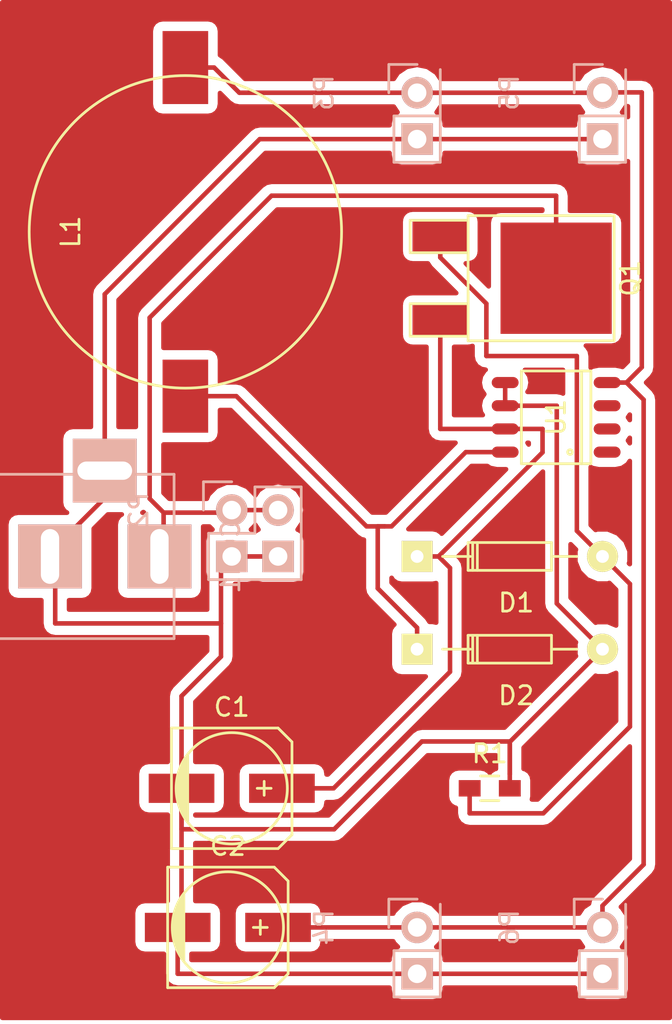
<source format=kicad_pcb>
(kicad_pcb (version 4) (host pcbnew 4.0.2+dfsg1-stable)

  (general
    (links 27)
    (no_connects 0)
    (area 81.124379 58.391666 121.961002 114.64)
    (thickness 1.6)
    (drawings 0)
    (tracks 108)
    (zones 0)
    (modules 14)
    (nets 10)
  )

  (page A4)
  (layers
    (0 F.Cu signal)
    (31 B.Cu signal hide)
    (32 B.Adhes user)
    (33 F.Adhes user)
    (34 B.Paste user)
    (35 F.Paste user)
    (36 B.SilkS user)
    (37 F.SilkS user)
    (38 B.Mask user)
    (39 F.Mask user)
    (40 Dwgs.User user)
    (41 Cmts.User user)
    (42 Eco1.User user)
    (43 Eco2.User user)
    (44 Edge.Cuts user)
    (45 Margin user)
    (46 B.CrtYd user)
    (47 F.CrtYd user)
    (48 B.Fab user)
    (49 F.Fab user)
  )

  (setup
    (last_trace_width 0.25)
    (trace_clearance 0.2)
    (zone_clearance 0.508)
    (zone_45_only no)
    (trace_min 0.2)
    (segment_width 0.2)
    (edge_width 0.15)
    (via_size 0.6)
    (via_drill 0.4)
    (via_min_size 0.4)
    (via_min_drill 0.3)
    (uvia_size 0.3)
    (uvia_drill 0.1)
    (uvias_allowed no)
    (uvia_min_size 0.2)
    (uvia_min_drill 0.1)
    (pcb_text_width 0.3)
    (pcb_text_size 1.5 1.5)
    (mod_edge_width 0.15)
    (mod_text_size 1 1)
    (mod_text_width 0.15)
    (pad_size 6.096 6.096)
    (pad_drill 0)
    (pad_to_mask_clearance 0.2)
    (aux_axis_origin 0 0)
    (visible_elements FFFFFF7F)
    (pcbplotparams
      (layerselection 0x00000_00000001)
      (usegerberextensions false)
      (excludeedgelayer true)
      (linewidth 0.100000)
      (plotframeref false)
      (viasonmask false)
      (mode 1)
      (useauxorigin false)
      (hpglpennumber 1)
      (hpglpenspeed 20)
      (hpglpendiameter 15)
      (hpglpenoverlay 2)
      (psnegative false)
      (psa4output false)
      (plotreference true)
      (plotvalue true)
      (plotinvisibletext false)
      (padsonsilk false)
      (subtractmaskfromsilk false)
      (outputformat 4)
      (mirror true)
      (drillshape 1)
      (scaleselection 1)
      (outputdirectory ""))
  )

  (net 0 "")
  (net 1 "Net-(C1-Pad1)")
  (net 2 GND)
  (net 3 "Net-(C2-Pad1)")
  (net 4 "Net-(D1-Pad2)")
  (net 5 "Net-(D2-Pad1)")
  (net 6 VCC)
  (net 7 "Net-(U1-Pad1)")
  (net 8 "Net-(U1-Pad2)")
  (net 9 "Net-(U1-Pad3)")

  (net_class Default "This is the default net class."
    (clearance 0.2)
    (trace_width 0.25)
    (via_dia 0.6)
    (via_drill 0.4)
    (uvia_dia 0.3)
    (uvia_drill 0.1)
    (add_net GND)
    (add_net "Net-(C1-Pad1)")
    (add_net "Net-(C2-Pad1)")
    (add_net "Net-(D1-Pad2)")
    (add_net "Net-(D2-Pad1)")
    (add_net "Net-(U1-Pad1)")
    (add_net "Net-(U1-Pad2)")
    (add_net "Net-(U1-Pad3)")
    (add_net VCC)
  )

  (module Capacitors_SMD:c_elec_6.3x5.3 (layer F.Cu) (tedit 55725E31) (tstamp 5AA1E130)
    (at 99.06 101.6)
    (descr "SMT capacitor, aluminium electrolytic, 6.3x5.3")
    (path /5AA2005A)
    (attr smd)
    (fp_text reference C1 (at 0 -4.445) (layer F.SilkS)
      (effects (font (size 1 1) (thickness 0.15)))
    )
    (fp_text value "100 µF" (at 0 4.445) (layer F.Fab)
      (effects (font (size 1 1) (thickness 0.15)))
    )
    (fp_line (start -4.85 -3.65) (end 4.85 -3.65) (layer F.CrtYd) (width 0.05))
    (fp_line (start 4.85 -3.65) (end 4.85 3.65) (layer F.CrtYd) (width 0.05))
    (fp_line (start 4.85 3.65) (end -4.85 3.65) (layer F.CrtYd) (width 0.05))
    (fp_line (start -4.85 3.65) (end -4.85 -3.65) (layer F.CrtYd) (width 0.05))
    (fp_line (start -2.921 -0.762) (end -2.921 0.762) (layer F.SilkS) (width 0.15))
    (fp_line (start -2.794 1.143) (end -2.794 -1.143) (layer F.SilkS) (width 0.15))
    (fp_line (start -2.667 -1.397) (end -2.667 1.397) (layer F.SilkS) (width 0.15))
    (fp_line (start -2.54 1.651) (end -2.54 -1.651) (layer F.SilkS) (width 0.15))
    (fp_line (start -2.413 -1.778) (end -2.413 1.778) (layer F.SilkS) (width 0.15))
    (fp_line (start -3.302 -3.302) (end -3.302 3.302) (layer F.SilkS) (width 0.15))
    (fp_line (start -3.302 3.302) (end 2.54 3.302) (layer F.SilkS) (width 0.15))
    (fp_line (start 2.54 3.302) (end 3.302 2.54) (layer F.SilkS) (width 0.15))
    (fp_line (start 3.302 2.54) (end 3.302 -2.54) (layer F.SilkS) (width 0.15))
    (fp_line (start 3.302 -2.54) (end 2.54 -3.302) (layer F.SilkS) (width 0.15))
    (fp_line (start 2.54 -3.302) (end -3.302 -3.302) (layer F.SilkS) (width 0.15))
    (fp_line (start 2.159 0) (end 1.397 0) (layer F.SilkS) (width 0.15))
    (fp_line (start 1.778 -0.381) (end 1.778 0.381) (layer F.SilkS) (width 0.15))
    (fp_circle (center 0 0) (end -3.048 0) (layer F.SilkS) (width 0.15))
    (pad 1 smd rect (at 2.75082 0) (size 3.59918 1.6002) (layers F.Cu F.Paste F.Mask)
      (net 1 "Net-(C1-Pad1)"))
    (pad 2 smd rect (at -2.75082 0) (size 3.59918 1.6002) (layers F.Cu F.Paste F.Mask)
      (net 2 GND))
    (model Capacitors_SMD.3dshapes/c_elec_6.3x5.3.wrl
      (at (xyz 0 0 0))
      (scale (xyz 1 1 1))
      (rotate (xyz 0 0 0))
    )
  )

  (module Capacitors_SMD:c_elec_6.3x5.3 (layer F.Cu) (tedit 55725E31) (tstamp 5AA1E148)
    (at 98.8492 109.22)
    (descr "SMT capacitor, aluminium electrolytic, 6.3x5.3")
    (path /5AA200EB)
    (attr smd)
    (fp_text reference C2 (at 0 -4.445) (layer F.SilkS)
      (effects (font (size 1 1) (thickness 0.15)))
    )
    (fp_text value "100 µF" (at 0 4.445) (layer F.Fab)
      (effects (font (size 1 1) (thickness 0.15)))
    )
    (fp_line (start -4.85 -3.65) (end 4.85 -3.65) (layer F.CrtYd) (width 0.05))
    (fp_line (start 4.85 -3.65) (end 4.85 3.65) (layer F.CrtYd) (width 0.05))
    (fp_line (start 4.85 3.65) (end -4.85 3.65) (layer F.CrtYd) (width 0.05))
    (fp_line (start -4.85 3.65) (end -4.85 -3.65) (layer F.CrtYd) (width 0.05))
    (fp_line (start -2.921 -0.762) (end -2.921 0.762) (layer F.SilkS) (width 0.15))
    (fp_line (start -2.794 1.143) (end -2.794 -1.143) (layer F.SilkS) (width 0.15))
    (fp_line (start -2.667 -1.397) (end -2.667 1.397) (layer F.SilkS) (width 0.15))
    (fp_line (start -2.54 1.651) (end -2.54 -1.651) (layer F.SilkS) (width 0.15))
    (fp_line (start -2.413 -1.778) (end -2.413 1.778) (layer F.SilkS) (width 0.15))
    (fp_line (start -3.302 -3.302) (end -3.302 3.302) (layer F.SilkS) (width 0.15))
    (fp_line (start -3.302 3.302) (end 2.54 3.302) (layer F.SilkS) (width 0.15))
    (fp_line (start 2.54 3.302) (end 3.302 2.54) (layer F.SilkS) (width 0.15))
    (fp_line (start 3.302 2.54) (end 3.302 -2.54) (layer F.SilkS) (width 0.15))
    (fp_line (start 3.302 -2.54) (end 2.54 -3.302) (layer F.SilkS) (width 0.15))
    (fp_line (start 2.54 -3.302) (end -3.302 -3.302) (layer F.SilkS) (width 0.15))
    (fp_line (start 2.159 0) (end 1.397 0) (layer F.SilkS) (width 0.15))
    (fp_line (start 1.778 -0.381) (end 1.778 0.381) (layer F.SilkS) (width 0.15))
    (fp_circle (center 0 0) (end -3.048 0) (layer F.SilkS) (width 0.15))
    (pad 1 smd rect (at 2.75082 0) (size 3.59918 1.6002) (layers F.Cu F.Paste F.Mask)
      (net 3 "Net-(C2-Pad1)"))
    (pad 2 smd rect (at -2.75082 0) (size 3.59918 1.6002) (layers F.Cu F.Paste F.Mask)
      (net 2 GND))
    (model Capacitors_SMD.3dshapes/c_elec_6.3x5.3.wrl
      (at (xyz 0 0 0))
      (scale (xyz 1 1 1))
      (rotate (xyz 0 0 0))
    )
  )

  (module Diodes_ThroughHole:Diode_DO-35_SOD27_Horizontal_RM10 (layer F.Cu) (tedit 552FFC30) (tstamp 5AA1E157)
    (at 109.219 88.9025)
    (descr "Diode, DO-35,  SOD27, Horizontal, RM 10mm")
    (tags "Diode, DO-35, SOD27, Horizontal, RM 10mm, 1N4148,")
    (path /5AA1A9A1)
    (fp_text reference D1 (at 5.43052 2.53746) (layer F.SilkS)
      (effects (font (size 1 1) (thickness 0.15)))
    )
    (fp_text value ZPD5.1 (at 4.41452 -3.55854) (layer F.Fab)
      (effects (font (size 1 1) (thickness 0.15)))
    )
    (fp_line (start 7.36652 -0.00254) (end 8.76352 -0.00254) (layer F.SilkS) (width 0.15))
    (fp_line (start 2.92152 -0.00254) (end 1.39752 -0.00254) (layer F.SilkS) (width 0.15))
    (fp_line (start 3.30252 -0.76454) (end 3.30252 0.75946) (layer F.SilkS) (width 0.15))
    (fp_line (start 3.04852 -0.76454) (end 3.04852 0.75946) (layer F.SilkS) (width 0.15))
    (fp_line (start 2.79452 -0.00254) (end 2.79452 0.75946) (layer F.SilkS) (width 0.15))
    (fp_line (start 2.79452 0.75946) (end 7.36652 0.75946) (layer F.SilkS) (width 0.15))
    (fp_line (start 7.36652 0.75946) (end 7.36652 -0.76454) (layer F.SilkS) (width 0.15))
    (fp_line (start 7.36652 -0.76454) (end 2.79452 -0.76454) (layer F.SilkS) (width 0.15))
    (fp_line (start 2.79452 -0.76454) (end 2.79452 -0.00254) (layer F.SilkS) (width 0.15))
    (pad 2 thru_hole circle (at 10.16052 -0.00254 180) (size 1.69926 1.69926) (drill 0.70104) (layers *.Cu *.Mask F.SilkS)
      (net 4 "Net-(D1-Pad2)"))
    (pad 1 thru_hole rect (at 0.00052 -0.00254 180) (size 1.69926 1.69926) (drill 0.70104) (layers *.Cu *.Mask F.SilkS)
      (net 1 "Net-(C1-Pad1)"))
    (model Diodes_ThroughHole.3dshapes/Diode_DO-35_SOD27_Horizontal_RM10.wrl
      (at (xyz 0.2 0 0))
      (scale (xyz 0.4 0.4 0.4))
      (rotate (xyz 0 0 180))
    )
  )

  (module Diodes_ThroughHole:Diode_DO-35_SOD27_Horizontal_RM10 (layer F.Cu) (tedit 552FFC30) (tstamp 5AA1E166)
    (at 109.219 93.9825)
    (descr "Diode, DO-35,  SOD27, Horizontal, RM 10mm")
    (tags "Diode, DO-35, SOD27, Horizontal, RM 10mm, 1N4148,")
    (path /5AA1A9EA)
    (fp_text reference D2 (at 5.43052 2.53746) (layer F.SilkS)
      (effects (font (size 1 1) (thickness 0.15)))
    )
    (fp_text value ZDP5.1 (at 4.41452 -3.55854) (layer F.Fab)
      (effects (font (size 1 1) (thickness 0.15)))
    )
    (fp_line (start 7.36652 -0.00254) (end 8.76352 -0.00254) (layer F.SilkS) (width 0.15))
    (fp_line (start 2.92152 -0.00254) (end 1.39752 -0.00254) (layer F.SilkS) (width 0.15))
    (fp_line (start 3.30252 -0.76454) (end 3.30252 0.75946) (layer F.SilkS) (width 0.15))
    (fp_line (start 3.04852 -0.76454) (end 3.04852 0.75946) (layer F.SilkS) (width 0.15))
    (fp_line (start 2.79452 -0.00254) (end 2.79452 0.75946) (layer F.SilkS) (width 0.15))
    (fp_line (start 2.79452 0.75946) (end 7.36652 0.75946) (layer F.SilkS) (width 0.15))
    (fp_line (start 7.36652 0.75946) (end 7.36652 -0.76454) (layer F.SilkS) (width 0.15))
    (fp_line (start 7.36652 -0.76454) (end 2.79452 -0.76454) (layer F.SilkS) (width 0.15))
    (fp_line (start 2.79452 -0.76454) (end 2.79452 -0.00254) (layer F.SilkS) (width 0.15))
    (pad 2 thru_hole circle (at 10.16052 -0.00254 180) (size 1.69926 1.69926) (drill 0.70104) (layers *.Cu *.Mask F.SilkS)
      (net 2 GND))
    (pad 1 thru_hole rect (at 0.00052 -0.00254 180) (size 1.69926 1.69926) (drill 0.70104) (layers *.Cu *.Mask F.SilkS)
      (net 5 "Net-(D2-Pad1)"))
    (model Diodes_ThroughHole.3dshapes/Diode_DO-35_SOD27_Horizontal_RM10.wrl
      (at (xyz 0.2 0 0))
      (scale (xyz 0.4 0.4 0.4))
      (rotate (xyz 0 0 180))
    )
  )

  (module footprints:Inductor18.4x15 (layer F.Cu) (tedit 5AA1CF0D) (tstamp 5AA1E16D)
    (at 96.52 71.12 270)
    (path /5AA1E400)
    (fp_text reference L1 (at 0 6.2865 270) (layer F.SilkS)
      (effects (font (size 1 1) (thickness 0.15)))
    )
    (fp_text value "110 µH" (at 0 -3.2385 270) (layer F.Fab)
      (effects (font (size 1 1) (thickness 0.15)))
    )
    (fp_circle (center 0 0) (end 1.397 -8.4455) (layer F.SilkS) (width 0.15))
    (pad 1 smd rect (at -9 0 270) (size 4 2.5) (layers F.Cu F.Paste F.Mask)
      (net 3 "Net-(C2-Pad1)"))
    (pad 2 smd rect (at 9 0 270) (size 4 2.5) (layers F.Cu F.Paste F.Mask)
      (net 5 "Net-(D2-Pad1)"))
  )

  (module Pin_Headers:Pin_Header_Straight_2x02 (layer B.Cu) (tedit 5AA1E337) (tstamp 5AA1E18F)
    (at 99.06 86.36 270)
    (descr "Through hole pin header")
    (tags "pin header")
    (path /5AA1AE06)
    (fp_text reference P2 (at 0 5.1 270) (layer B.SilkS)
      (effects (font (size 1 1) (thickness 0.15)) (justify mirror))
    )
    (fp_text value CONN_02X02 (at 0 3.1 270) (layer B.Fab)
      (effects (font (size 1 1) (thickness 0.15)) (justify mirror))
    )
    (fp_line (start -1.75 1.75) (end -1.75 -4.3) (layer B.CrtYd) (width 0.05))
    (fp_line (start 4.3 1.75) (end 4.3 -4.3) (layer B.CrtYd) (width 0.05))
    (fp_line (start -1.75 1.75) (end 4.3 1.75) (layer B.CrtYd) (width 0.05))
    (fp_line (start -1.75 -4.3) (end 4.3 -4.3) (layer B.CrtYd) (width 0.05))
    (fp_line (start -1.55 0) (end -1.55 1.55) (layer B.SilkS) (width 0.15))
    (fp_line (start 0 1.55) (end -1.55 1.55) (layer B.SilkS) (width 0.15))
    (fp_line (start -1.27 -1.27) (end 1.27 -1.27) (layer B.SilkS) (width 0.15))
    (fp_line (start 1.27 -1.27) (end 1.27 1.27) (layer B.SilkS) (width 0.15))
    (fp_line (start 1.27 1.27) (end 3.81 1.27) (layer B.SilkS) (width 0.15))
    (fp_line (start 3.81 1.27) (end 3.81 -3.81) (layer B.SilkS) (width 0.15))
    (fp_line (start 3.81 -3.81) (end -1.27 -3.81) (layer B.SilkS) (width 0.15))
    (fp_line (start -1.27 -3.81) (end -1.27 -1.27) (layer B.SilkS) (width 0.15))
    (pad 1 thru_hole circle (at 0 0 270) (size 1.7272 1.7272) (drill 1.016) (layers *.Cu *.Mask B.SilkS)
      (net 6 VCC))
    (pad 2 thru_hole rect (at 2.54 0 270) (size 1.7272 1.7272) (drill 1.016) (layers *.Cu *.Mask B.SilkS)
      (net 2 GND))
    (pad 3 thru_hole oval (at 0 -2.54 270) (size 1.7272 1.7272) (drill 1.016) (layers *.Cu *.Mask B.SilkS)
      (net 6 VCC))
    (pad 4 thru_hole rect (at 2.54 -2.54 270) (size 1.7272 1.7272) (drill 1.016) (layers *.Cu *.Mask B.SilkS)
      (net 2 GND))
    (model Pin_Headers.3dshapes/Pin_Header_Straight_2x02.wrl
      (at (xyz 0.05 -0.05 0))
      (scale (xyz 1 1 1))
      (rotate (xyz 0 0 90))
    )
  )

  (module Pin_Headers:Pin_Header_Straight_2x01 (layer B.Cu) (tedit 5AA1EB60) (tstamp 5AA1E1A0)
    (at 109.22 63.5 270)
    (descr "Through hole pin header")
    (tags "pin header")
    (path /5AA1AFB2)
    (fp_text reference P3 (at 0 5.1 270) (layer B.SilkS)
      (effects (font (size 1 1) (thickness 0.15)) (justify mirror))
    )
    (fp_text value CONN_02X01 (at 0 3.1 270) (layer B.Fab)
      (effects (font (size 1 1) (thickness 0.15)) (justify mirror))
    )
    (fp_line (start -1.75 1.75) (end -1.75 -1.75) (layer B.CrtYd) (width 0.05))
    (fp_line (start 4.3 1.75) (end 4.3 -1.75) (layer B.CrtYd) (width 0.05))
    (fp_line (start -1.75 1.75) (end 4.3 1.75) (layer B.CrtYd) (width 0.05))
    (fp_line (start -1.75 -1.75) (end 4.3 -1.75) (layer B.CrtYd) (width 0.05))
    (fp_line (start -1.55 0) (end -1.55 1.55) (layer B.SilkS) (width 0.15))
    (fp_line (start 0 1.55) (end -1.55 1.55) (layer B.SilkS) (width 0.15))
    (fp_line (start -1.27 -1.27) (end 1.27 -1.27) (layer B.SilkS) (width 0.15))
    (fp_line (start 3.81 1.27) (end 1.27 1.27) (layer B.SilkS) (width 0.15))
    (fp_line (start 1.27 1.27) (end 1.27 -1.27) (layer B.SilkS) (width 0.15))
    (fp_line (start 1.27 -1.27) (end 3.81 -1.27) (layer B.SilkS) (width 0.15))
    (fp_line (start 3.81 -1.27) (end 3.81 1.27) (layer B.SilkS) (width 0.15))
    (pad 1 thru_hole oval (at 0 0 270) (size 1.7272 1.7272) (drill 1.016) (layers *.Cu *.Mask B.SilkS)
      (net 3 "Net-(C2-Pad1)"))
    (pad 2 thru_hole rect (at 2.54 0 270) (size 1.7272 1.7272) (drill 1.016) (layers *.Cu *.Mask B.SilkS)
      (net 2 GND))
    (model Pin_Headers.3dshapes/Pin_Header_Straight_2x01.wrl
      (at (xyz 0.05 0 0))
      (scale (xyz 1 1 1))
      (rotate (xyz 0 0 90))
    )
  )

  (module Pin_Headers:Pin_Header_Straight_2x01 (layer B.Cu) (tedit 5AA1EB24) (tstamp 5AA1E1B1)
    (at 109.22 109.22 270)
    (descr "Through hole pin header")
    (tags "pin header")
    (path /5AA1AF73)
    (fp_text reference P4 (at 0 5.1 270) (layer B.SilkS)
      (effects (font (size 1 1) (thickness 0.15)) (justify mirror))
    )
    (fp_text value CONN_02X01 (at 0 3.1 270) (layer B.Fab)
      (effects (font (size 1 1) (thickness 0.15)) (justify mirror))
    )
    (fp_line (start -1.75 1.75) (end -1.75 -1.75) (layer B.CrtYd) (width 0.05))
    (fp_line (start 4.3 1.75) (end 4.3 -1.75) (layer B.CrtYd) (width 0.05))
    (fp_line (start -1.75 1.75) (end 4.3 1.75) (layer B.CrtYd) (width 0.05))
    (fp_line (start -1.75 -1.75) (end 4.3 -1.75) (layer B.CrtYd) (width 0.05))
    (fp_line (start -1.55 0) (end -1.55 1.55) (layer B.SilkS) (width 0.15))
    (fp_line (start 0 1.55) (end -1.55 1.55) (layer B.SilkS) (width 0.15))
    (fp_line (start -1.27 -1.27) (end 1.27 -1.27) (layer B.SilkS) (width 0.15))
    (fp_line (start 3.81 1.27) (end 1.27 1.27) (layer B.SilkS) (width 0.15))
    (fp_line (start 1.27 1.27) (end 1.27 -1.27) (layer B.SilkS) (width 0.15))
    (fp_line (start 1.27 -1.27) (end 3.81 -1.27) (layer B.SilkS) (width 0.15))
    (fp_line (start 3.81 -1.27) (end 3.81 1.27) (layer B.SilkS) (width 0.15))
    (pad 1 thru_hole circle (at 0 0 270) (size 1.7272 1.7272) (drill 1.016) (layers *.Cu *.Mask B.SilkS)
      (net 3 "Net-(C2-Pad1)"))
    (pad 2 thru_hole rect (at 2.54 0 270) (size 1.7272 1.7272) (drill 1.016) (layers *.Cu *.Mask B.SilkS)
      (net 2 GND))
    (model Pin_Headers.3dshapes/Pin_Header_Straight_2x01.wrl
      (at (xyz 0.05 0 0))
      (scale (xyz 1 1 1))
      (rotate (xyz 0 0 90))
    )
  )

  (module Pin_Headers:Pin_Header_Straight_2x01 (layer B.Cu) (tedit 5AA1EB64) (tstamp 5AA1E1C2)
    (at 119.38 63.5 270)
    (descr "Through hole pin header")
    (tags "pin header")
    (path /5AA1AF39)
    (fp_text reference P5 (at 0 5.1 270) (layer B.SilkS)
      (effects (font (size 1 1) (thickness 0.15)) (justify mirror))
    )
    (fp_text value CONN_02X01 (at 0 3.1 270) (layer B.Fab)
      (effects (font (size 1 1) (thickness 0.15)) (justify mirror))
    )
    (fp_line (start -1.75 1.75) (end -1.75 -1.75) (layer B.CrtYd) (width 0.05))
    (fp_line (start 4.3 1.75) (end 4.3 -1.75) (layer B.CrtYd) (width 0.05))
    (fp_line (start -1.75 1.75) (end 4.3 1.75) (layer B.CrtYd) (width 0.05))
    (fp_line (start -1.75 -1.75) (end 4.3 -1.75) (layer B.CrtYd) (width 0.05))
    (fp_line (start -1.55 0) (end -1.55 1.55) (layer B.SilkS) (width 0.15))
    (fp_line (start 0 1.55) (end -1.55 1.55) (layer B.SilkS) (width 0.15))
    (fp_line (start -1.27 -1.27) (end 1.27 -1.27) (layer B.SilkS) (width 0.15))
    (fp_line (start 3.81 1.27) (end 1.27 1.27) (layer B.SilkS) (width 0.15))
    (fp_line (start 1.27 1.27) (end 1.27 -1.27) (layer B.SilkS) (width 0.15))
    (fp_line (start 1.27 -1.27) (end 3.81 -1.27) (layer B.SilkS) (width 0.15))
    (fp_line (start 3.81 -1.27) (end 3.81 1.27) (layer B.SilkS) (width 0.15))
    (pad 1 thru_hole oval (at 0 0 270) (size 1.7272 1.7272) (drill 1.016) (layers *.Cu *.Mask B.SilkS)
      (net 3 "Net-(C2-Pad1)"))
    (pad 2 thru_hole rect (at 2.54 0 270) (size 1.7272 1.7272) (drill 1.016) (layers *.Cu *.Mask B.SilkS)
      (net 2 GND))
    (model Pin_Headers.3dshapes/Pin_Header_Straight_2x01.wrl
      (at (xyz 0.05 0 0))
      (scale (xyz 1 1 1))
      (rotate (xyz 0 0 90))
    )
  )

  (module Pin_Headers:Pin_Header_Straight_2x01 (layer B.Cu) (tedit 5AA1EB31) (tstamp 5AA1E1D3)
    (at 119.38 109.22 270)
    (descr "Through hole pin header")
    (tags "pin header")
    (path /5AA1AED9)
    (fp_text reference P6 (at 0 5.1 270) (layer B.SilkS)
      (effects (font (size 1 1) (thickness 0.15)) (justify mirror))
    )
    (fp_text value CONN_02X01 (at 0 3.1 270) (layer B.Fab)
      (effects (font (size 1 1) (thickness 0.15)) (justify mirror))
    )
    (fp_line (start -1.75 1.75) (end -1.75 -1.75) (layer B.CrtYd) (width 0.05))
    (fp_line (start 4.3 1.75) (end 4.3 -1.75) (layer B.CrtYd) (width 0.05))
    (fp_line (start -1.75 1.75) (end 4.3 1.75) (layer B.CrtYd) (width 0.05))
    (fp_line (start -1.75 -1.75) (end 4.3 -1.75) (layer B.CrtYd) (width 0.05))
    (fp_line (start -1.55 0) (end -1.55 1.55) (layer B.SilkS) (width 0.15))
    (fp_line (start 0 1.55) (end -1.55 1.55) (layer B.SilkS) (width 0.15))
    (fp_line (start -1.27 -1.27) (end 1.27 -1.27) (layer B.SilkS) (width 0.15))
    (fp_line (start 3.81 1.27) (end 1.27 1.27) (layer B.SilkS) (width 0.15))
    (fp_line (start 1.27 1.27) (end 1.27 -1.27) (layer B.SilkS) (width 0.15))
    (fp_line (start 1.27 -1.27) (end 3.81 -1.27) (layer B.SilkS) (width 0.15))
    (fp_line (start 3.81 -1.27) (end 3.81 1.27) (layer B.SilkS) (width 0.15))
    (pad 1 thru_hole oval (at 0 0 270) (size 1.7272 1.7272) (drill 1.016) (layers *.Cu *.Mask B.SilkS)
      (net 3 "Net-(C2-Pad1)"))
    (pad 2 thru_hole rect (at 2.54 0 270) (size 1.7272 1.7272) (drill 1.016) (layers *.Cu *.Mask B.SilkS)
      (net 2 GND))
    (model Pin_Headers.3dshapes/Pin_Header_Straight_2x01.wrl
      (at (xyz 0.05 0 0))
      (scale (xyz 1 1 1))
      (rotate (xyz 0 0 90))
    )
  )

  (module TO_SOT_Packages_SMD:TO-252-2Lead (layer F.Cu) (tedit 5AA8F845) (tstamp 5AA1E1E5)
    (at 110.49 73.66 270)
    (descr "DPAK / TO-252 2-lead smd package")
    (tags "dpak TO-252")
    (path /5AA1A8CA)
    (attr smd)
    (fp_text reference Q1 (at 0 -10.414 270) (layer F.SilkS)
      (effects (font (size 1 1) (thickness 0.15)))
    )
    (fp_text value FR5305 (at 0 -2.413 270) (layer F.Fab)
      (effects (font (size 1 1) (thickness 0.15)))
    )
    (fp_line (start 1.397 -1.524) (end 1.397 1.651) (layer F.SilkS) (width 0.15))
    (fp_line (start 1.397 1.651) (end 3.175 1.651) (layer F.SilkS) (width 0.15))
    (fp_line (start 3.175 1.651) (end 3.175 -1.524) (layer F.SilkS) (width 0.15))
    (fp_line (start -3.175 -1.524) (end -3.175 1.651) (layer F.SilkS) (width 0.15))
    (fp_line (start -3.175 1.651) (end -1.397 1.651) (layer F.SilkS) (width 0.15))
    (fp_line (start -1.397 1.651) (end -1.397 -1.524) (layer F.SilkS) (width 0.15))
    (fp_line (start 3.429 -7.62) (end 3.429 -1.524) (layer F.SilkS) (width 0.15))
    (fp_line (start 3.429 -1.524) (end -3.429 -1.524) (layer F.SilkS) (width 0.15))
    (fp_line (start -3.429 -1.524) (end -3.429 -9.398) (layer F.SilkS) (width 0.15))
    (fp_line (start -3.429 -9.525) (end 3.429 -9.525) (layer F.SilkS) (width 0.15))
    (fp_line (start 3.429 -9.398) (end 3.429 -7.62) (layer F.SilkS) (width 0.15))
    (pad G smd rect (at -2.286 0 270) (size 1.651 3.048) (layers F.Cu F.Paste F.Mask))
    (pad D smd rect (at 0 -6.35 270) (size 6.096 6.096) (layers F.Cu F.Paste F.Mask)
      (net 6 VCC))
    (pad S smd rect (at 2.286 0 270) (size 1.651 3.048) (layers F.Cu F.Paste F.Mask))
    (model TO_SOT_Packages_SMD.3dshapes/TO-252-2Lead.wrl
      (at (xyz 0 0 0))
      (scale (xyz 1 1 1))
      (rotate (xyz 0 0 0))
    )
  )

  (module Resistors_SMD:R_0603_HandSoldering (layer F.Cu) (tedit 5418A00F) (tstamp 5AA1E1F1)
    (at 113.2 101.6)
    (descr "Resistor SMD 0603, hand soldering")
    (tags "resistor 0603")
    (path /5AA1AA56)
    (attr smd)
    (fp_text reference R1 (at 0 -1.9) (layer F.SilkS)
      (effects (font (size 1 1) (thickness 0.15)))
    )
    (fp_text value 100k (at 0 1.9) (layer F.Fab)
      (effects (font (size 1 1) (thickness 0.15)))
    )
    (fp_line (start -2 -0.8) (end 2 -0.8) (layer F.CrtYd) (width 0.05))
    (fp_line (start -2 0.8) (end 2 0.8) (layer F.CrtYd) (width 0.05))
    (fp_line (start -2 -0.8) (end -2 0.8) (layer F.CrtYd) (width 0.05))
    (fp_line (start 2 -0.8) (end 2 0.8) (layer F.CrtYd) (width 0.05))
    (fp_line (start 0.5 0.675) (end -0.5 0.675) (layer F.SilkS) (width 0.15))
    (fp_line (start -0.5 -0.675) (end 0.5 -0.675) (layer F.SilkS) (width 0.15))
    (pad 1 smd rect (at -1.1 0) (size 1.2 0.9) (layers F.Cu F.Paste F.Mask)
      (net 4 "Net-(D1-Pad2)"))
    (pad 2 smd rect (at 1.1 0) (size 1.2 0.9) (layers F.Cu F.Paste F.Mask)
      (net 2 GND))
    (model Resistors_SMD.3dshapes/R_0603_HandSoldering.wrl
      (at (xyz 0 0 0))
      (scale (xyz 1 1 1))
      (rotate (xyz 0 0 0))
    )
  )

  (module Power_Integrations:SO-8 (layer F.Cu) (tedit 0) (tstamp 5AA1E203)
    (at 116.84 81.28 90)
    (descr "SO-8 Surface Mount Small Outline 150mil 8pin Package")
    (tags "Power Integrations D Package")
    (path /5AA1A538)
    (fp_text reference U1 (at 0 0 90) (layer F.SilkS)
      (effects (font (size 1 1) (thickness 0.15)))
    )
    (fp_text value CEAE2594M-5.0 (at 0 0 90) (layer F.Fab)
      (effects (font (size 1 1) (thickness 0.15)))
    )
    (fp_circle (center -1.905 0.762) (end -1.778 0.762) (layer F.SilkS) (width 0.15))
    (fp_line (start -2.54 1.397) (end 2.54 1.397) (layer F.SilkS) (width 0.15))
    (fp_line (start -2.54 -1.905) (end 2.54 -1.905) (layer F.SilkS) (width 0.15))
    (fp_line (start -2.54 1.905) (end 2.54 1.905) (layer F.SilkS) (width 0.15))
    (fp_line (start -2.54 1.905) (end -2.54 -1.905) (layer F.SilkS) (width 0.15))
    (fp_line (start 2.54 1.905) (end 2.54 -1.905) (layer F.SilkS) (width 0.15))
    (pad 1 smd oval (at -1.905 2.794 90) (size 0.6096 1.4732) (layers F.Cu F.Paste F.Mask)
      (net 7 "Net-(U1-Pad1)"))
    (pad 2 smd oval (at -0.635 2.794 90) (size 0.6096 1.4732) (layers F.Cu F.Paste F.Mask)
      (net 8 "Net-(U1-Pad2)"))
    (pad 3 smd oval (at 0.635 2.794 90) (size 0.6096 1.4732) (layers F.Cu F.Paste F.Mask)
      (net 9 "Net-(U1-Pad3)"))
    (pad 4 smd oval (at 1.905 2.794 90) (size 0.6096 1.4732) (layers F.Cu F.Paste F.Mask)
      (net 3 "Net-(C2-Pad1)"))
    (pad 5 smd oval (at 1.905 -2.794 90) (size 0.6096 1.4732) (layers F.Cu F.Paste F.Mask)
      (net 2 GND))
    (pad 6 smd oval (at 0.635 -2.794 90) (size 0.6096 1.4732) (layers F.Cu F.Paste F.Mask)
      (net 2 GND))
    (pad 7 smd oval (at -0.635 -2.794 90) (size 0.6096 1.4732) (layers F.Cu F.Paste F.Mask)
      (net 1 "Net-(C1-Pad1)"))
    (pad 8 smd oval (at -1.905 -2.794 90) (size 0.6096 1.4732) (layers F.Cu F.Paste F.Mask)
      (net 5 "Net-(D2-Pad1)"))
  )

  (module Connect:BARREL_JACK (layer B.Cu) (tedit 0) (tstamp 5AA7E807)
    (at 88.9 88.9)
    (descr "DC Barrel Jack")
    (tags "Power Jack")
    (path /5AA7E818)
    (fp_text reference CON1 (at 10.09904 0 270) (layer B.SilkS)
      (effects (font (size 1 1) (thickness 0.15)) (justify mirror))
    )
    (fp_text value BARREL_JACK (at 0 5.99948) (layer B.Fab)
      (effects (font (size 1 1) (thickness 0.15)) (justify mirror))
    )
    (fp_line (start -4.0005 4.50088) (end -4.0005 -4.50088) (layer B.SilkS) (width 0.15))
    (fp_line (start -7.50062 4.50088) (end -7.50062 -4.50088) (layer B.SilkS) (width 0.15))
    (fp_line (start -7.50062 -4.50088) (end 7.00024 -4.50088) (layer B.SilkS) (width 0.15))
    (fp_line (start 7.00024 -4.50088) (end 7.00024 4.50088) (layer B.SilkS) (width 0.15))
    (fp_line (start 7.00024 4.50088) (end -7.50062 4.50088) (layer B.SilkS) (width 0.15))
    (pad 1 thru_hole rect (at 6.20014 0) (size 3.50012 3.50012) (drill oval 1.00076 2.99974) (layers *.Cu *.Mask B.SilkS)
      (net 6 VCC))
    (pad 2 thru_hole rect (at 0.20066 0) (size 3.50012 3.50012) (drill oval 1.00076 2.99974) (layers *.Cu *.Mask B.SilkS)
      (net 2 GND))
    (pad 3 thru_hole rect (at 3.2004 -4.699) (size 3.50012 3.50012) (drill oval 2.99974 1.00076) (layers *.Cu *.Mask B.SilkS)
      (net 2 GND))
  )

  (segment (start 116.095 83.1991) (end 110.394 88.9) (width 0.25) (layer F.Cu) (net 1))
  (segment (start 116.095 81.915) (end 116.095 83.1991) (width 0.25) (layer F.Cu) (net 1))
  (segment (start 114.046 81.915) (end 116.095 81.915) (width 0.25) (layer F.Cu) (net 1))
  (segment (start 110.49 81.915) (end 110.49 75.946) (width 0.25) (layer F.Cu) (net 1))
  (segment (start 114.046 81.915) (end 110.49 81.915) (width 0.25) (layer F.Cu) (net 1))
  (segment (start 109.22 88.9) (end 110.394 88.9) (width 0.25) (layer F.Cu) (net 1))
  (segment (start 104.644 101.6) (end 101.811 101.6) (width 0.25) (layer F.Cu) (net 1))
  (segment (start 111.024 95.2201) (end 104.644 101.6) (width 0.25) (layer F.Cu) (net 1))
  (segment (start 111.024 89.5297) (end 111.024 95.2201) (width 0.25) (layer F.Cu) (net 1))
  (segment (start 110.394 88.9) (end 111.024 89.5297) (width 0.25) (layer F.Cu) (net 1))
  (segment (start 101.811 101.6) (end 101.8108 101.6) (width 0.25) (layer F.Cu) (net 1))
  (segment (start 109.2195 88.9) (end 109.22 88.9) (width 0.25) (layer F.Cu) (net 1))
  (segment (start 92.1004 84.201) (end 92.089253 84.201) (width 0.25) (layer F.Cu) (net 2))
  (segment (start 92.089253 84.201) (end 92.115961 84.227708) (width 0.25) (layer F.Cu) (net 2))
  (segment (start 92.115961 84.227708) (end 92.115961 85.68144) (width 0.25) (layer F.Cu) (net 2))
  (segment (start 92.115961 85.68144) (end 89.407466 88.389935) (width 0.25) (layer F.Cu) (net 2))
  (segment (start 89.407466 88.389935) (end 89.407466 88.9) (width 0.25) (layer F.Cu) (net 2))
  (segment (start 98.4715 92.5684) (end 89.385622 92.5684) (width 0.25) (layer F.Cu) (net 2))
  (segment (start 89.385622 92.5684) (end 89.385622 88.9) (width 0.25) (layer F.Cu) (net 2))
  (segment (start 96.3092 102.726) (end 96.3092 103.843) (width 0.25) (layer F.Cu) (net 2))
  (segment (start 109.22 111.76) (end 119.38 111.76) (width 0.25) (layer F.Cu) (net 2))
  (segment (start 99.06 88.9) (end 101.6 88.9) (width 0.25) (layer F.Cu) (net 2))
  (segment (start 114.046 80.645) (end 114.046 79.375) (width 0.25) (layer F.Cu) (net 2))
  (segment (start 119.38 66.04) (end 109.22 66.04) (width 0.25) (layer F.Cu) (net 2))
  (segment (start 114.3 101.6) (end 114.3 100.825) (width 0.25) (layer F.Cu) (net 2))
  (segment (start 96.3092 102.726) (end 96.3092 101.6) (width 0.25) (layer F.Cu) (net 2))
  (segment (start 96.3092 102.726) (end 96.3092 103.843) (width 0.25) (layer F.Cu) (net 2))
  (segment (start 114.3 99.0595) (end 114.3 100.825) (width 0.25) (layer F.Cu) (net 2))
  (segment (start 114.3 99.0345) (end 114.3 99.0595) (width 0.25) (layer F.Cu) (net 2))
  (segment (start 109.482 99.0345) (end 114.3 99.0345) (width 0.25) (layer F.Cu) (net 2))
  (segment (start 104.674 103.843) (end 109.482 99.0345) (width 0.25) (layer F.Cu) (net 2))
  (segment (start 96.3092 103.843) (end 104.674 103.843) (width 0.25) (layer F.Cu) (net 2))
  (segment (start 114.3 99.0595) (end 114.3 100.825) (width 0.25) (layer F.Cu) (net 2))
  (segment (start 96.0984 109.028) (end 96.0984 109.22) (width 0.25) (layer F.Cu) (net 2))
  (segment (start 96.3092 108.818) (end 96.0984 109.028) (width 0.25) (layer F.Cu) (net 2))
  (segment (start 96.3092 103.843) (end 96.3092 108.818) (width 0.25) (layer F.Cu) (net 2))
  (segment (start 96.0984 111.76) (end 109.22 111.76) (width 0.25) (layer F.Cu) (net 2))
  (segment (start 96.0984 109.22) (end 96.0984 111.76) (width 0.25) (layer F.Cu) (net 2))
  (segment (start 100.595 66.04) (end 109.22 66.04) (width 0.25) (layer F.Cu) (net 2))
  (segment (start 93.5422 73.0931) (end 100.595 66.04) (width 0.25) (layer F.Cu) (net 2))
  (segment (start 119.3795 93.98) (end 119.3797 93.9798) (width 0.25) (layer F.Cu) (net 2))
  (segment (start 116.874 91.4741) (end 119.3797 93.9798) (width 0.25) (layer F.Cu) (net 2))
  (segment (start 116.874 80.645) (end 116.874 91.4741) (width 0.25) (layer F.Cu) (net 2))
  (segment (start 114.046 80.645) (end 116.874 80.645) (width 0.25) (layer F.Cu) (net 2))
  (segment (start 119.38 93.98) (end 114.3 99.0595) (width 0.25) (layer F.Cu) (net 2))
  (segment (start 119.3797 93.9798) (end 119.38 93.98) (width 0.25) (layer F.Cu) (net 2))
  (segment (start 98.4715 94.3866) (end 98.4715 92.5684) (width 0.25) (layer F.Cu) (net 2))
  (segment (start 96.3092 96.5489) (end 98.4715 94.3866) (width 0.25) (layer F.Cu) (net 2))
  (segment (start 96.3092 101.6) (end 96.3092 96.5489) (width 0.25) (layer F.Cu) (net 2))
  (segment (start 98.4715 88.9) (end 99.06 88.9) (width 0.25) (layer F.Cu) (net 2))
  (segment (start 98.4715 92.5684) (end 98.4715 88.9) (width 0.25) (layer F.Cu) (net 2))
  (segment (start 92.1004 74.5349) (end 92.1004 84.201) (width 0.25) (layer F.Cu) (net 2))
  (segment (start 93.5422 73.0931) (end 92.1004 74.5349) (width 0.25) (layer F.Cu) (net 2))
  (segment (start 119.38 108.031) (end 119.38 109.22) (width 0.25) (layer F.Cu) (net 3))
  (segment (start 121.636 105.776) (end 119.38 108.031) (width 0.25) (layer F.Cu) (net 3))
  (segment (start 121.636 80.3146) (end 121.636 105.776) (width 0.25) (layer F.Cu) (net 3))
  (segment (start 120.696 79.375) (end 121.636 80.3146) (width 0.25) (layer F.Cu) (net 3))
  (segment (start 121.534 78.5368) (end 120.696 79.375) (width 0.25) (layer F.Cu) (net 3))
  (segment (start 121.534 63.4802) (end 121.534 78.5368) (width 0.25) (layer F.Cu) (net 3))
  (segment (start 119.963 63.4802) (end 121.534 63.4802) (width 0.25) (layer F.Cu) (net 3))
  (segment (start 119.38 64.0629) (end 119.963 63.4802) (width 0.25) (layer F.Cu) (net 3))
  (segment (start 119.342 63.5) (end 109.22 63.5) (width 0.25) (layer F.Cu) (net 3))
  (segment (start 119.38 63.5377) (end 119.342 63.5) (width 0.25) (layer F.Cu) (net 3))
  (segment (start 119.38 64.0629) (end 119.38 63.5377) (width 0.25) (layer F.Cu) (net 3))
  (segment (start 99.4753 63.5) (end 109.22 63.5) (width 0.25) (layer F.Cu) (net 3))
  (segment (start 98.0953 62.12) (end 99.4753 63.5) (width 0.25) (layer F.Cu) (net 3))
  (segment (start 96.52 62.12) (end 98.0953 62.12) (width 0.25) (layer F.Cu) (net 3))
  (segment (start 119.634 79.375) (end 120.696 79.375) (width 0.25) (layer F.Cu) (net 3))
  (segment (start 119.38 63.5) (end 119.38 64.0629) (width 0.25) (layer F.Cu) (net 3))
  (segment (start 101.6 109.22) (end 109.22 109.22) (width 0.25) (layer F.Cu) (net 3))
  (segment (start 109.22 109.22) (end 119.38 109.22) (width 0.25) (layer F.Cu) (net 3))
  (segment (start 120.885 90.4053) (end 119.4305 88.951) (width 0.25) (layer F.Cu) (net 4))
  (segment (start 120.885 98.223) (end 120.885 90.4053) (width 0.25) (layer F.Cu) (net 4))
  (segment (start 116.137 102.971) (end 120.885 98.223) (width 0.25) (layer F.Cu) (net 4))
  (segment (start 112.1 102.971) (end 116.137 102.971) (width 0.25) (layer F.Cu) (net 4))
  (segment (start 112.1 101.6) (end 112.1 102.971) (width 0.25) (layer F.Cu) (net 4))
  (segment (start 110.49 72.5248) (end 110.49 71.374) (width 0.25) (layer F.Cu) (net 4))
  (segment (start 113.016 75.0511) (end 110.49 72.5248) (width 0.25) (layer F.Cu) (net 4))
  (segment (start 113.016 77.9179) (end 113.016 75.0511) (width 0.25) (layer F.Cu) (net 4))
  (segment (start 113.021 77.9225) (end 113.016 77.9179) (width 0.25) (layer F.Cu) (net 4))
  (segment (start 117.976 77.9225) (end 113.021 77.9225) (width 0.25) (layer F.Cu) (net 4))
  (segment (start 117.976 87.4968) (end 117.976 77.9225) (width 0.25) (layer F.Cu) (net 4))
  (segment (start 119.4305 88.951) (end 117.976 87.4968) (width 0.25) (layer F.Cu) (net 4))
  (segment (start 119.3795 88.9) (end 119.4305 88.951) (width 0.25) (layer F.Cu) (net 4))
  (segment (start 107.446 87.2523) (end 107.063 87.2523) (width 0.25) (layer F.Cu) (net 5))
  (segment (start 107.821 87.2523) (end 107.446 87.2523) (width 0.25) (layer F.Cu) (net 5))
  (segment (start 111.888 83.185) (end 107.821 87.2523) (width 0.25) (layer F.Cu) (net 5))
  (segment (start 114.046 83.185) (end 111.888 83.185) (width 0.25) (layer F.Cu) (net 5))
  (segment (start 106.448 87.2523) (end 107.063 87.2523) (width 0.25) (layer F.Cu) (net 5))
  (segment (start 99.3156 80.12) (end 106.448 87.2523) (width 0.25) (layer F.Cu) (net 5))
  (segment (start 96.52 80.12) (end 99.3156 80.12) (width 0.25) (layer F.Cu) (net 5))
  (segment (start 107.063 87.2523) (end 107.446 87.2523) (width 0.25) (layer F.Cu) (net 5))
  (segment (start 109.22 92.8051) (end 109.22 93.3925) (width 0.25) (layer F.Cu) (net 5))
  (segment (start 107.063 90.6486) (end 109.22 92.8051) (width 0.25) (layer F.Cu) (net 5))
  (segment (start 107.063 87.2523) (end 107.063 90.6486) (width 0.25) (layer F.Cu) (net 5))
  (segment (start 109.22 93.3925) (end 109.22 93.98) (width 0.25) (layer F.Cu) (net 5))
  (segment (start 109.2195 93.393) (end 109.2195 93.98) (width 0.25) (layer F.Cu) (net 5))
  (segment (start 109.22 93.3925) (end 109.2195 93.393) (width 0.25) (layer F.Cu) (net 5))
  (segment (start 116.84 73.66) (end 116.84 69.139662) (width 0.25) (layer F.Cu) (net 6))
  (segment (start 116.84 69.139662) (end 101.241521 69.139662) (width 0.25) (layer F.Cu) (net 6))
  (segment (start 101.241521 69.139662) (end 94.562413 75.81877) (width 0.25) (layer F.Cu) (net 6))
  (segment (start 94.562413 75.81877) (end 94.562413 85.735574) (width 0.25) (layer F.Cu) (net 6))
  (segment (start 94.562413 85.735574) (end 95.326839 86.5) (width 0.25) (layer F.Cu) (net 6))
  (segment (start 99.06 86.36) (end 98.92 86.5) (width 0.25) (layer F.Cu) (net 6))
  (segment (start 98.92 86.5) (end 95.326839 86.5) (width 0.25) (layer F.Cu) (net 6))
  (segment (start 95.326839 86.5) (end 95.326839 88.9) (width 0.25) (layer F.Cu) (net 6))
  (segment (start 95.326839 88.9) (end 95.1001 88.9) (width 0.25) (layer F.Cu) (net 6))
  (segment (start 99.06 86.36) (end 101.6 86.36) (width 0.25) (layer F.Cu) (net 6))

  (zone (net 0) (net_name "") (layer F.Cu) (tstamp 0) (hatch edge 0.508)
    (connect_pads (clearance 0.508))
    (min_thickness 0.254)
    (fill yes (arc_segments 16) (thermal_gap 0.508) (thermal_bridge_width 0.508))
    (polygon
      (pts
        (xy 86.36 58.42) (xy 123.19 58.42) (xy 123.19 114.3) (xy 86.36 114.3)
      )
    )
    (filled_polygon
      (pts
        (xy 123.063 114.173) (xy 86.487 114.173) (xy 86.487 87.14994) (xy 86.70316 87.14994) (xy 86.70316 90.65006)
        (xy 86.747438 90.885377) (xy 86.88651 91.101501) (xy 87.09871 91.246491) (xy 87.3506 91.2975) (xy 88.625622 91.2975)
        (xy 88.625622 92.5684) (xy 88.683474 92.859239) (xy 88.848221 93.105801) (xy 89.094783 93.270548) (xy 89.385622 93.3284)
        (xy 97.7115 93.3284) (xy 97.7115 94.071798) (xy 95.771799 96.011499) (xy 95.607052 96.258061) (xy 95.5492 96.5489)
        (xy 95.5492 100.15246) (xy 94.50959 100.15246) (xy 94.274273 100.196738) (xy 94.058149 100.33581) (xy 93.913159 100.54801)
        (xy 93.86215 100.7999) (xy 93.86215 102.4001) (xy 93.906428 102.635417) (xy 94.0455 102.851541) (xy 94.2577 102.996531)
        (xy 94.50959 103.04754) (xy 95.5492 103.04754) (xy 95.5492 107.77246) (xy 94.29879 107.77246) (xy 94.063473 107.816738)
        (xy 93.847349 107.95581) (xy 93.702359 108.16801) (xy 93.65135 108.4199) (xy 93.65135 110.0201) (xy 93.695628 110.255417)
        (xy 93.8347 110.471541) (xy 94.0469 110.616531) (xy 94.29879 110.66754) (xy 95.3384 110.66754) (xy 95.3384 111.76)
        (xy 95.396252 112.050839) (xy 95.560999 112.297401) (xy 95.807561 112.462148) (xy 96.0984 112.52) (xy 107.70896 112.52)
        (xy 107.70896 112.6236) (xy 107.753238 112.858917) (xy 107.89231 113.075041) (xy 108.10451 113.220031) (xy 108.3564 113.27104)
        (xy 110.0836 113.27104) (xy 110.318917 113.226762) (xy 110.535041 113.08769) (xy 110.680031 112.87549) (xy 110.73104 112.6236)
        (xy 110.73104 112.52) (xy 117.86896 112.52) (xy 117.86896 112.6236) (xy 117.913238 112.858917) (xy 118.05231 113.075041)
        (xy 118.26451 113.220031) (xy 118.5164 113.27104) (xy 120.2436 113.27104) (xy 120.478917 113.226762) (xy 120.695041 113.08769)
        (xy 120.840031 112.87549) (xy 120.89104 112.6236) (xy 120.89104 110.8964) (xy 120.846762 110.661083) (xy 120.70769 110.444959)
        (xy 120.49549 110.299969) (xy 120.451655 110.291092) (xy 120.764526 109.822848) (xy 120.8786 109.249359) (xy 120.8786 109.190641)
        (xy 120.764526 108.617152) (xy 120.43967 108.130971) (xy 120.388938 108.097073) (xy 122.173282 106.31352) (xy 122.17333 106.313449)
        (xy 122.173401 106.313401) (xy 122.254909 106.191415) (xy 122.338084 106.066995) (xy 122.338101 106.066909) (xy 122.338148 106.066839)
        (xy 122.366846 105.922563) (xy 122.396 105.776168) (xy 122.395983 105.776084) (xy 122.396 105.776) (xy 122.396 80.3146)
        (xy 122.395984 80.314519) (xy 122.396 80.314438) (xy 122.367015 80.168886) (xy 122.338148 80.023761) (xy 122.338102 80.023692)
        (xy 122.338086 80.023611) (xy 122.255255 79.899702) (xy 122.173401 79.777199) (xy 122.173333 79.777153) (xy 122.173287 79.777085)
        (xy 121.770852 79.374821) (xy 122.071465 79.074137) (xy 122.153395 78.951488) (xy 122.236148 78.827639) (xy 122.236157 78.827593)
        (xy 122.236182 78.827556) (xy 122.265149 78.681841) (xy 122.294 78.5368) (xy 122.294 63.4802) (xy 122.236148 63.189361)
        (xy 122.071401 62.942799) (xy 121.824839 62.778052) (xy 121.534 62.7202) (xy 120.64629 62.7202) (xy 120.43967 62.410971)
        (xy 119.953489 62.086115) (xy 119.38 61.972041) (xy 118.806511 62.086115) (xy 118.32033 62.410971) (xy 118.10048 62.74)
        (xy 110.49952 62.74) (xy 110.27967 62.410971) (xy 109.793489 62.086115) (xy 109.22 61.972041) (xy 108.646511 62.086115)
        (xy 108.16033 62.410971) (xy 107.94048 62.74) (xy 99.790102 62.74) (xy 98.632701 61.582599) (xy 98.41744 61.438767)
        (xy 98.41744 60.12) (xy 98.373162 59.884683) (xy 98.23409 59.668559) (xy 98.02189 59.523569) (xy 97.77 59.47256)
        (xy 95.27 59.47256) (xy 95.034683 59.516838) (xy 94.818559 59.65591) (xy 94.673569 59.86811) (xy 94.62256 60.12)
        (xy 94.62256 64.12) (xy 94.666838 64.355317) (xy 94.80591 64.571441) (xy 95.01811 64.716431) (xy 95.27 64.76744)
        (xy 97.77 64.76744) (xy 98.005317 64.723162) (xy 98.221441 64.58409) (xy 98.366431 64.37189) (xy 98.41744 64.12)
        (xy 98.41744 63.516942) (xy 98.937899 64.037401) (xy 99.184461 64.202148) (xy 99.4753 64.26) (xy 107.94048 64.26)
        (xy 108.146574 64.568442) (xy 108.121083 64.573238) (xy 107.904959 64.71231) (xy 107.759969 64.92451) (xy 107.70896 65.1764)
        (xy 107.70896 65.28) (xy 100.595 65.28) (xy 100.594992 65.280002) (xy 100.594984 65.28) (xy 100.445663 65.309705)
        (xy 100.304161 65.337852) (xy 100.304155 65.337856) (xy 100.304146 65.337858) (xy 100.17488 65.424234) (xy 100.057599 65.502599)
        (xy 100.057595 65.502606) (xy 100.057588 65.50261) (xy 93.004787 72.55571) (xy 93.004785 72.555713) (xy 91.562999 73.997499)
        (xy 91.398252 74.244061) (xy 91.3404 74.5349) (xy 91.3404 81.8035) (xy 90.35034 81.8035) (xy 90.115023 81.847778)
        (xy 89.898899 81.98685) (xy 89.753909 82.19905) (xy 89.7029 82.45094) (xy 89.7029 85.95106) (xy 89.747178 86.186377)
        (xy 89.88625 86.402501) (xy 90.032603 86.5025) (xy 87.3506 86.5025) (xy 87.115283 86.546778) (xy 86.899159 86.68585)
        (xy 86.754169 86.89805) (xy 86.70316 87.14994) (xy 86.487 87.14994) (xy 86.487 58.547) (xy 123.063 58.547)
      )
    )
    (filled_polygon
      (pts
        (xy 120.876 105.461099) (xy 118.842718 107.49348) (xy 118.84267 107.493551) (xy 118.842599 107.493599) (xy 118.760054 107.617136)
        (xy 118.677917 107.740005) (xy 118.6779 107.740089) (xy 118.677852 107.740161) (xy 118.648721 107.886609) (xy 118.642993 107.915374)
        (xy 118.32033 108.130971) (xy 118.10048 108.46) (xy 110.527462 108.46) (xy 110.491192 108.37222) (xy 110.069997 107.95029)
        (xy 109.519398 107.721661) (xy 108.923218 107.721141) (xy 108.37222 107.948808) (xy 107.95029 108.370003) (xy 107.91292 108.46)
        (xy 104.04705 108.46) (xy 104.04705 108.4199) (xy 104.002772 108.184583) (xy 103.8637 107.968459) (xy 103.6515 107.823469)
        (xy 103.39961 107.77246) (xy 99.80043 107.77246) (xy 99.565113 107.816738) (xy 99.348989 107.95581) (xy 99.203999 108.16801)
        (xy 99.15299 108.4199) (xy 99.15299 110.0201) (xy 99.197268 110.255417) (xy 99.33634 110.471541) (xy 99.54854 110.616531)
        (xy 99.80043 110.66754) (xy 103.39961 110.66754) (xy 103.634927 110.623262) (xy 103.851051 110.48419) (xy 103.996041 110.27199)
        (xy 104.04705 110.0201) (xy 104.04705 109.98) (xy 107.912538 109.98) (xy 107.948808 110.06778) (xy 108.165525 110.284876)
        (xy 108.121083 110.293238) (xy 107.904959 110.43231) (xy 107.759969 110.64451) (xy 107.70896 110.8964) (xy 107.70896 111)
        (xy 96.8584 111) (xy 96.8584 110.66754) (xy 97.89797 110.66754) (xy 98.133287 110.623262) (xy 98.349411 110.48419)
        (xy 98.494401 110.27199) (xy 98.54541 110.0201) (xy 98.54541 108.4199) (xy 98.501132 108.184583) (xy 98.36206 107.968459)
        (xy 98.14986 107.823469) (xy 97.89797 107.77246) (xy 97.0692 107.77246) (xy 97.0692 104.603) (xy 104.674 104.603)
        (xy 104.67402 104.602996) (xy 104.67404 104.603) (xy 104.822408 104.57348) (xy 104.964839 104.545148) (xy 104.964855 104.545137)
        (xy 104.964876 104.545133) (xy 105.09095 104.460883) (xy 105.211401 104.380401) (xy 105.211412 104.380384) (xy 105.211429 104.380373)
        (xy 109.796825 99.7945) (xy 113.54 99.7945) (xy 113.54 100.532666) (xy 113.464683 100.546838) (xy 113.248559 100.68591)
        (xy 113.200866 100.755711) (xy 113.16409 100.698559) (xy 112.95189 100.553569) (xy 112.7 100.50256) (xy 111.5 100.50256)
        (xy 111.264683 100.546838) (xy 111.048559 100.68591) (xy 110.903569 100.89811) (xy 110.85256 101.15) (xy 110.85256 102.05)
        (xy 110.896838 102.285317) (xy 111.03591 102.501441) (xy 111.24811 102.646431) (xy 111.34 102.665039) (xy 111.34 102.971)
        (xy 111.397852 103.261839) (xy 111.562599 103.508401) (xy 111.809161 103.673148) (xy 112.1 103.731) (xy 116.137 103.731)
        (xy 116.427839 103.673148) (xy 116.674401 103.508401) (xy 120.876 99.306802)
      )
    )
    (filled_polygon
      (pts
        (xy 118.306574 110.288442) (xy 118.281083 110.293238) (xy 118.064959 110.43231) (xy 117.919969 110.64451) (xy 117.86896 110.8964)
        (xy 117.86896 111) (xy 110.73104 111) (xy 110.73104 110.8964) (xy 110.686762 110.661083) (xy 110.54769 110.444959)
        (xy 110.33549 110.299969) (xy 110.27218 110.287148) (xy 110.48971 110.069997) (xy 110.52708 109.98) (xy 118.10048 109.98)
      )
    )
    (filled_polygon
      (pts
        (xy 105.910603 87.789705) (xy 106.057653 87.887959) (xy 106.157161 87.954448) (xy 106.157162 87.954448) (xy 106.157165 87.95445)
        (xy 106.303 87.983458) (xy 106.303 90.6486) (xy 106.303009 90.648644) (xy 106.303 90.648688) (xy 106.331791 90.793342)
        (xy 106.360852 90.939439) (xy 106.360877 90.939477) (xy 106.360886 90.939521) (xy 106.443707 91.06344) (xy 106.525599 91.186001)
        (xy 106.525636 91.186026) (xy 106.525661 91.186063) (xy 107.971826 92.631893) (xy 107.918449 92.66624) (xy 107.773459 92.87844)
        (xy 107.72245 93.13033) (xy 107.72245 94.82959) (xy 107.766728 95.064907) (xy 107.9058 95.281031) (xy 108.118 95.426021)
        (xy 108.36989 95.47703) (xy 109.692256 95.47703) (xy 104.329201 100.84) (xy 104.25785 100.84) (xy 104.25785 100.7999)
        (xy 104.213572 100.564583) (xy 104.0745 100.348459) (xy 103.8623 100.203469) (xy 103.61041 100.15246) (xy 100.01123 100.15246)
        (xy 99.775913 100.196738) (xy 99.559789 100.33581) (xy 99.414799 100.54801) (xy 99.36379 100.7999) (xy 99.36379 102.4001)
        (xy 99.408068 102.635417) (xy 99.54714 102.851541) (xy 99.75934 102.996531) (xy 100.01123 103.04754) (xy 103.61041 103.04754)
        (xy 103.845727 103.003262) (xy 104.061851 102.86419) (xy 104.206841 102.65199) (xy 104.25785 102.4001) (xy 104.25785 102.36)
        (xy 104.644 102.36) (xy 104.801851 102.328601) (xy 104.934834 102.30215) (xy 104.934836 102.302149) (xy 104.934839 102.302148)
        (xy 105.104778 102.188599) (xy 105.181397 102.137405) (xy 111.561397 95.757505) (xy 111.561401 95.757501) (xy 111.626939 95.659417)
        (xy 111.726146 95.510945) (xy 111.726147 95.510941) (xy 111.726148 95.510939) (xy 111.749476 95.393662) (xy 111.784 95.220106)
        (xy 111.783999 95.220103) (xy 111.784 95.2201) (xy 111.784 89.5297) (xy 111.783982 89.529607) (xy 111.783999 89.529519)
        (xy 111.755677 89.387313) (xy 111.726148 89.238861) (xy 111.726096 89.238783) (xy 111.726078 89.238693) (xy 111.643889 89.115752)
        (xy 111.561401 88.992299) (xy 111.561324 88.992248) (xy 111.561273 88.992171) (xy 111.468935 88.899877) (xy 116.114 84.254894)
        (xy 116.114 91.4741) (xy 116.171852 91.764939) (xy 116.336599 92.011501) (xy 117.928392 93.603294) (xy 117.895148 93.683353)
        (xy 117.894632 94.273976) (xy 117.928695 94.356413) (xy 114.010221 98.2745) (xy 109.482 98.2745) (xy 109.48198 98.274504)
        (xy 109.48196 98.2745) (xy 109.342532 98.302242) (xy 109.191161 98.332352) (xy 109.191143 98.332364) (xy 109.191124 98.332368)
        (xy 109.071738 98.412148) (xy 108.944599 98.497099) (xy 108.944588 98.497116) (xy 108.944571 98.497127) (xy 104.359175 103.083)
        (xy 97.0692 103.083) (xy 97.0692 103.04754) (xy 98.10877 103.04754) (xy 98.344087 103.003262) (xy 98.560211 102.86419)
        (xy 98.705201 102.65199) (xy 98.75621 102.4001) (xy 98.75621 100.7999) (xy 98.711932 100.564583) (xy 98.57286 100.348459)
        (xy 98.36066 100.203469) (xy 98.10877 100.15246) (xy 97.0692 100.15246) (xy 97.0692 96.863702) (xy 99.008901 94.924001)
        (xy 99.173648 94.677439) (xy 99.2315 94.3866) (xy 99.2315 90.41104) (xy 99.9236 90.41104) (xy 100.158917 90.366762)
        (xy 100.331669 90.255599) (xy 100.48451 90.360031) (xy 100.7364 90.41104) (xy 102.4636 90.41104) (xy 102.698917 90.366762)
        (xy 102.915041 90.22769) (xy 103.060031 90.01549) (xy 103.11104 89.7636) (xy 103.11104 88.0364) (xy 103.066762 87.801083)
        (xy 102.92769 87.584959) (xy 102.71549 87.439969) (xy 102.671655 87.431092) (xy 102.984526 86.962848) (xy 103.0986 86.389359)
        (xy 103.0986 86.330641) (xy 102.984526 85.757152) (xy 102.65967 85.270971) (xy 102.173489 84.946115) (xy 101.6 84.832041)
        (xy 101.026511 84.946115) (xy 100.54033 85.270971) (xy 100.34951 85.556553) (xy 100.331192 85.51222) (xy 99.909997 85.09029)
        (xy 99.359398 84.861661) (xy 98.763218 84.861141) (xy 98.21222 85.088808) (xy 97.79029 85.510003) (xy 97.694787 85.74)
        (xy 95.641641 85.74) (xy 95.322413 85.420772) (xy 95.322413 82.76744) (xy 97.77 82.76744) (xy 98.005317 82.723162)
        (xy 98.221441 82.58409) (xy 98.366431 82.37189) (xy 98.41744 82.12) (xy 98.41744 80.88) (xy 99.000801 80.88)
      )
    )
    (filled_polygon
      (pts
        (xy 120.125 97.908198) (xy 115.822198 102.211) (xy 115.514837 102.211) (xy 115.54744 102.05) (xy 115.54744 101.15)
        (xy 115.503162 100.914683) (xy 115.36409 100.698559) (xy 115.15189 100.553569) (xy 115.06 100.534961) (xy 115.06 99.374325)
        (xy 119.003398 95.431314) (xy 119.082913 95.464332) (xy 119.673536 95.464848) (xy 120.125 95.278306)
      )
    )
    (filled_polygon
      (pts
        (xy 117.928216 88.523717) (xy 117.895148 88.603353) (xy 117.894632 89.193976) (xy 118.120178 89.739837) (xy 118.537446 90.157834)
        (xy 119.082913 90.384332) (xy 119.673536 90.384848) (xy 119.755711 90.350894) (xy 120.125 90.720133) (xy 120.125 92.681977)
        (xy 119.676127 92.495588) (xy 119.085504 92.495072) (xy 119.003611 92.528909) (xy 117.634 91.159298) (xy 117.634 88.229563)
      )
    )
    (filled_polygon
      (pts
        (xy 107.9058 90.201031) (xy 108.118 90.346021) (xy 108.36989 90.39703) (xy 110.06915 90.39703) (xy 110.264 90.360366)
        (xy 110.264 92.522348) (xy 110.06915 92.48289) (xy 109.901202 92.48289) (xy 109.837934 92.388225) (xy 109.757401 92.267699)
        (xy 109.757365 92.267675) (xy 109.757339 92.267636) (xy 107.823 90.333746) (xy 107.823 90.072356)
      )
    )
    (filled_polygon
      (pts
        (xy 92.898639 86.68585) (xy 92.753649 86.89805) (xy 92.70264 87.14994) (xy 92.70264 90.65006) (xy 92.746918 90.885377)
        (xy 92.88599 91.101501) (xy 93.09819 91.246491) (xy 93.35008 91.2975) (xy 96.8502 91.2975) (xy 97.085517 91.253222)
        (xy 97.301641 91.11415) (xy 97.446631 90.90195) (xy 97.49764 90.65006) (xy 97.49764 87.26) (xy 97.840937 87.26)
        (xy 98.005525 87.424876) (xy 97.961083 87.433238) (xy 97.744959 87.57231) (xy 97.599969 87.78451) (xy 97.54896 88.0364)
        (xy 97.54896 89.7636) (xy 97.593238 89.998917) (xy 97.7115 90.182701) (xy 97.7115 91.8084) (xy 90.145622 91.8084)
        (xy 90.145622 91.2975) (xy 90.85072 91.2975) (xy 91.086037 91.253222) (xy 91.302161 91.11415) (xy 91.447151 90.90195)
        (xy 91.49816 90.65006) (xy 91.49816 87.374043) (xy 92.273703 86.5985) (xy 93.034385 86.5985)
      )
    )
    (filled_polygon
      (pts
        (xy 120.876 89.321573) (xy 120.830765 89.276345) (xy 120.863892 89.196567) (xy 120.864408 88.605944) (xy 120.638862 88.060083)
        (xy 120.221594 87.642086) (xy 119.676127 87.415588) (xy 119.085504 87.415072) (xy 119.003188 87.449084) (xy 118.736 87.181951)
        (xy 118.736 84.00002) (xy 118.815683 84.053262) (xy 119.175329 84.1248) (xy 120.092671 84.1248) (xy 120.452317 84.053262)
        (xy 120.75721 83.849539) (xy 120.876 83.671757)
      )
    )
    (filled_polygon
      (pts
        (xy 113.227683 84.053262) (xy 113.587329 84.1248) (xy 114.094472 84.1248) (xy 110.567336 87.651875) (xy 110.53324 87.598889)
        (xy 110.32104 87.453899) (xy 110.06915 87.40289) (xy 108.745183 87.40289) (xy 112.202818 83.945) (xy 113.065657 83.945)
      )
    )
    (filled_polygon
      (pts
        (xy 100.526574 87.428442) (xy 100.501083 87.433238) (xy 100.328331 87.544401) (xy 100.17549 87.439969) (xy 100.11218 87.427148)
        (xy 100.32971 87.209997) (xy 100.34922 87.163012)
      )
    )
    (filled_polygon
      (pts
        (xy 94.254537 86.5025) (xy 94.166155 86.5025) (xy 94.219932 86.467895)
      )
    )
    (filled_polygon
      (pts
        (xy 116.08 69.96456) (xy 113.792 69.96456) (xy 113.556683 70.008838) (xy 113.340559 70.14791) (xy 113.195569 70.36011)
        (xy 113.14456 70.612) (xy 113.14456 74.104809) (xy 111.88684 72.84694) (xy 112.014 72.84694) (xy 112.080113 72.8345)
        (xy 112.14031 72.8345) (xy 112.190418 72.813745) (xy 112.249317 72.802662) (xy 112.30739 72.765293) (xy 112.373699 72.737827)
        (xy 112.41634 72.695185) (xy 112.465441 72.66359) (xy 112.503206 72.60832) (xy 112.552327 72.559198) (xy 112.576279 72.501374)
        (xy 112.610431 72.45139) (xy 112.623295 72.387867) (xy 112.649 72.325809) (xy 112.649 72.260931) (xy 112.66144 72.1995)
        (xy 112.66144 70.5485) (xy 112.649 70.482387) (xy 112.649 70.422191) (xy 112.628245 70.372084) (xy 112.617162 70.313183)
        (xy 112.579792 70.255109) (xy 112.552327 70.188802) (xy 112.509686 70.146161) (xy 112.47809 70.097059) (xy 112.422821 70.059295)
        (xy 112.373699 70.010173) (xy 112.315872 69.98622) (xy 112.26589 69.952069) (xy 112.202369 69.939206) (xy 112.14031 69.9135)
        (xy 112.075431 69.9135) (xy 112.014 69.90106) (xy 108.966 69.90106) (xy 108.899887 69.9135) (xy 108.83969 69.9135)
        (xy 108.789582 69.934255) (xy 108.730683 69.945338) (xy 108.67261 69.982707) (xy 108.606301 70.010173) (xy 108.56366 70.052815)
        (xy 108.514559 70.08441) (xy 108.476794 70.13968) (xy 108.427673 70.188802) (xy 108.403721 70.246626) (xy 108.369569 70.29661)
        (xy 108.356705 70.360133) (xy 108.331 70.422191) (xy 108.331 70.487069) (xy 108.31856 70.5485) (xy 108.31856 72.1995)
        (xy 108.331 72.265613) (xy 108.331 72.325809) (xy 108.351755 72.375916) (xy 108.362838 72.434817) (xy 108.400208 72.492891)
        (xy 108.427673 72.559198) (xy 108.470314 72.601839) (xy 108.50191 72.650941) (xy 108.557179 72.688705) (xy 108.606301 72.737827)
        (xy 108.664128 72.76178) (xy 108.71411 72.795931) (xy 108.777631 72.808794) (xy 108.83969 72.8345) (xy 108.904569 72.8345)
        (xy 108.966 72.84694) (xy 109.808767 72.84694) (xy 109.869327 72.937575) (xy 109.952567 73.062169) (xy 111.36329 74.47306)
        (xy 108.966 74.47306) (xy 108.899887 74.4855) (xy 108.83969 74.4855) (xy 108.789582 74.506255) (xy 108.730683 74.517338)
        (xy 108.67261 74.554707) (xy 108.606301 74.582173) (xy 108.56366 74.624815) (xy 108.514559 74.65641) (xy 108.476794 74.71168)
        (xy 108.427673 74.760802) (xy 108.403721 74.818626) (xy 108.369569 74.86861) (xy 108.356705 74.932133) (xy 108.331 74.994191)
        (xy 108.331 75.059069) (xy 108.31856 75.1205) (xy 108.31856 76.7715) (xy 108.331 76.837613) (xy 108.331 76.897809)
        (xy 108.351755 76.947916) (xy 108.362838 77.006817) (xy 108.400208 77.064891) (xy 108.427673 77.131198) (xy 108.470314 77.173839)
        (xy 108.50191 77.222941) (xy 108.557179 77.260705) (xy 108.606301 77.309827) (xy 108.664128 77.33378) (xy 108.71411 77.367931)
        (xy 108.777631 77.380794) (xy 108.83969 77.4065) (xy 108.904569 77.4065) (xy 108.966 77.41894) (xy 109.73 77.41894)
        (xy 109.73 81.915) (xy 109.787852 82.205839) (xy 109.952599 82.452401) (xy 110.199161 82.617148) (xy 110.49 82.675)
        (xy 111.323199 82.675) (xy 107.506182 86.4923) (xy 106.762799 86.4923) (xy 99.852997 79.582595) (xy 99.730343 79.500642)
        (xy 99.606439 79.417852) (xy 99.606436 79.417851) (xy 99.606434 79.41785) (xy 99.460225 79.388768) (xy 99.3156 79.36)
        (xy 98.41744 79.36) (xy 98.41744 78.12) (xy 98.373162 77.884683) (xy 98.23409 77.668559) (xy 98.02189 77.523569)
        (xy 97.77 77.47256) (xy 95.322413 77.47256) (xy 95.322413 76.133572) (xy 101.556323 69.899662) (xy 116.08 69.899662)
      )
    )
    (filled_polygon
      (pts
        (xy 115.335 82.768583) (xy 115.27247 82.675) (xy 115.335 82.675)
      )
    )
    (filled_polygon
      (pts
        (xy 120.876 82.698243) (xy 120.776947 82.55) (xy 120.876 82.401757)
      )
    )
    (filled_polygon
      (pts
        (xy 107.70896 66.9036) (xy 107.753238 67.138917) (xy 107.89231 67.355041) (xy 108.10451 67.500031) (xy 108.3564 67.55104)
        (xy 110.0836 67.55104) (xy 110.318917 67.506762) (xy 110.535041 67.36769) (xy 110.680031 67.15549) (xy 110.73104 66.9036)
        (xy 110.73104 66.8) (xy 117.86896 66.8) (xy 117.86896 66.9036) (xy 117.913238 67.138917) (xy 118.05231 67.355041)
        (xy 118.26451 67.500031) (xy 118.5164 67.55104) (xy 120.2436 67.55104) (xy 120.478917 67.506762) (xy 120.695041 67.36769)
        (xy 120.774 67.25213) (xy 120.774 78.22205) (xy 120.474537 78.521585) (xy 120.452317 78.506738) (xy 120.092671 78.4352)
        (xy 119.175329 78.4352) (xy 118.815683 78.506738) (xy 118.736 78.55998) (xy 118.736 77.9225) (xy 118.678148 77.631661)
        (xy 118.513401 77.385099) (xy 118.469013 77.35544) (xy 119.888 77.35544) (xy 120.123317 77.311162) (xy 120.339441 77.17209)
        (xy 120.484431 76.95989) (xy 120.53544 76.708) (xy 120.53544 70.612) (xy 120.491162 70.376683) (xy 120.35209 70.160559)
        (xy 120.13989 70.015569) (xy 119.888 69.96456) (xy 117.6 69.96456) (xy 117.6 69.139662) (xy 117.542148 68.848823)
        (xy 117.377401 68.602261) (xy 117.130839 68.437514) (xy 116.84 68.379662) (xy 101.241521 68.379662) (xy 100.950682 68.437514)
        (xy 100.70412 68.602261) (xy 94.025012 75.281369) (xy 93.860265 75.527931) (xy 93.802413 75.81877) (xy 93.802413 81.8035)
        (xy 92.8604 81.8035) (xy 92.8604 74.849702) (xy 94.079601 73.630501) (xy 94.079605 73.630496) (xy 94.079613 73.63049)
        (xy 100.909812 66.8) (xy 107.70896 66.8)
      )
    )
    (filled_polygon
      (pts
        (xy 120.876 81.428243) (xy 120.776947 81.28) (xy 120.876 81.131757)
      )
    )
    (filled_polygon
      (pts
        (xy 112.256 77.9179) (xy 112.259135 77.933661) (xy 112.256659 77.949539) (xy 112.287953 78.078538) (xy 112.313852 78.208739)
        (xy 112.322781 78.222102) (xy 112.326569 78.237718) (xy 112.40485 78.344928) (xy 112.478599 78.455301) (xy 112.482079 78.457626)
        (xy 112.483599 78.459901) (xy 112.493755 78.466687) (xy 112.501437 78.477208) (xy 112.506437 78.481807) (xy 112.619788 78.550899)
        (xy 112.730161 78.624648) (xy 112.745921 78.627783) (xy 112.759643 78.636147) (xy 112.890803 78.656602) (xy 112.977567 78.67386)
        (xy 112.92279 78.710461) (xy 112.719067 79.015354) (xy 112.647529 79.375) (xy 112.719067 79.734646) (xy 112.903053 80.01)
        (xy 112.719067 80.285354) (xy 112.647529 80.645) (xy 112.719067 81.004646) (xy 112.81953 81.155) (xy 111.25 81.155)
        (xy 111.25 77.41894) (xy 112.014 77.41894) (xy 112.080113 77.4065) (xy 112.14031 77.4065) (xy 112.190418 77.385745)
        (xy 112.249317 77.374662) (xy 112.256 77.370362)
      )
    )
    (filled_polygon
      (pts
        (xy 117.216 79.977037) (xy 117.164839 79.942852) (xy 116.874 79.885) (xy 115.27247 79.885) (xy 115.372933 79.734646)
        (xy 115.444471 79.375) (xy 115.372933 79.015354) (xy 115.16921 78.710461) (xy 115.127363 78.6825) (xy 117.216 78.6825)
      )
    )
    (filled_polygon
      (pts
        (xy 118.306574 64.568442) (xy 118.281083 64.573238) (xy 118.064959 64.71231) (xy 117.919969 64.92451) (xy 117.86896 65.1764)
        (xy 117.86896 65.28) (xy 110.73104 65.28) (xy 110.73104 65.1764) (xy 110.686762 64.941083) (xy 110.54769 64.724959)
        (xy 110.33549 64.579969) (xy 110.291655 64.571092) (xy 110.49952 64.26) (xy 118.10048 64.26)
      )
    )
    (filled_polygon
      (pts
        (xy 120.774 64.828008) (xy 120.70769 64.724959) (xy 120.49549 64.579969) (xy 120.451655 64.571092) (xy 120.67275 64.2402)
        (xy 120.774 64.2402)
      )
    )
  )
)

</source>
